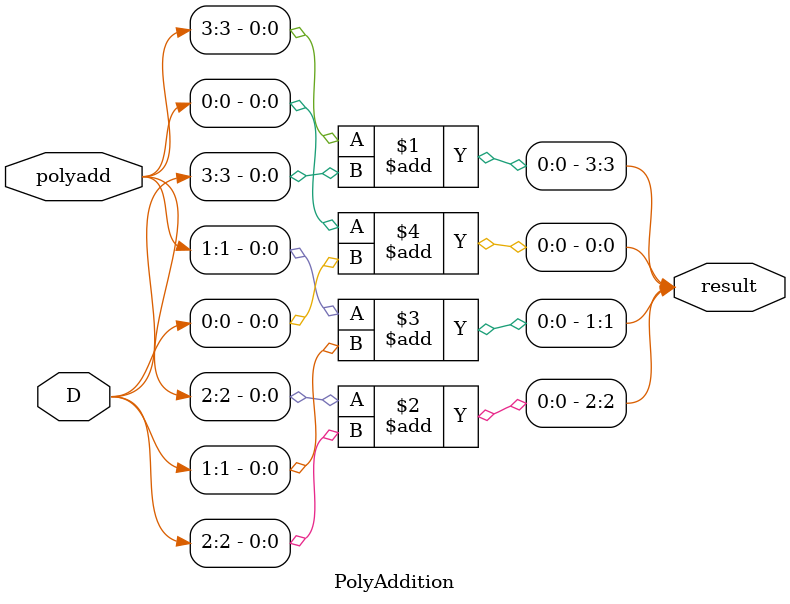
<source format=v>
module PolyAddition(result, polyadd, D);   
output [3:0] result;
input [3:0] polyadd, D;

assign result[3] = polyadd[3] + D[3];
assign result[2] = polyadd[2] + D[2];
assign result[1] = polyadd[1] + D[1];
assign result[0] = polyadd[0] + D[0];

endmodule
</source>
